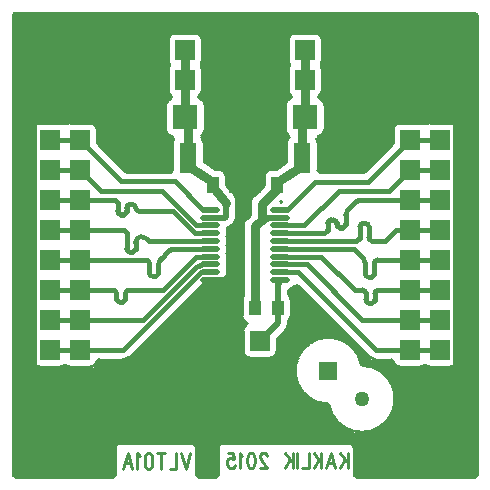
<source format=gbr>
G04 This is an RS-274x file exported by *
G04 gerbv version 2.6.1 *
G04 More information is available about gerbv at *
G04 http://gerbv.geda-project.org/ *
G04 --End of header info--*
%MOIN*%
%FSLAX34Y34*%
%IPPOS*%
%IN "TXB0108.pcb"*%
G04 --Define apertures--*
%ADD10C,0.2362*%
%ADD11C,0.0500*%
%ADD12C,0.0200*%
%ADD13C,0.0150*%
%ADD14C,0.0300*%
%ADD15C,0.0010*%
%ADD16C,0.0100*%
%ADD17R,0.0600X0.0600*%
%ADD18R,0.0650X0.0650*%
%ADD19R,0.0390X0.0560*%
%ADD20R,0.0550X0.1000*%
%ADD21O,0.0650X0.0180*%
%ADD22R,0.0390X0.0510*%
%ADD23R,0.0827X0.0787*%
G04 --Start main section--*
G54D10*
G01X0014000Y0014000D03*
G01X0014000Y0026000D03*
G01X0026000Y0026000D03*
G01X0026000Y0014000D03*
G54D11*
G01X0023890Y0014870D03*
G54D12*
G01X0014000Y0014000D02*
G01X0012955Y0015045D01*
G01X0012955Y0015045D02*
G01X0012955Y0024955D01*
G01X0012955Y0024955D02*
G01X0014000Y0026000D01*
G01X0014000Y0014000D02*
G01X0016800Y0016800D01*
G01X0016800Y0016800D02*
G01X0019500Y0016800D01*
G01X0019325Y0018830D02*
G01X0019775Y0019280D01*
G01X0019775Y0019280D02*
G01X0019775Y0021820D01*
G01X0020320Y0022000D02*
G01X0020320Y0021820D01*
G01X0020320Y0021820D02*
G01X0019775Y0021820D01*
G01X0020676Y0020910D02*
G01X0021160Y0020910D01*
G01X0021160Y0018780D02*
G01X0021160Y0018830D01*
G01X0019253Y0018830D02*
G01X0019325Y0018830D01*
G01X0019325Y0018830D02*
G01X0019325Y0018830D01*
G01X0019253Y0018830D02*
G01X0018840Y0018830D01*
G01X0019775Y0021820D02*
G01X0019775Y0022000D01*
G01X0019775Y0022000D02*
G01X0019680Y0022000D01*
G01X0019775Y0021820D02*
G01X0019680Y0021820D01*
G01X0019680Y0021820D02*
G01X0019680Y0022000D01*
G01X0018840Y0020910D02*
G01X0019325Y0020910D01*
G01X0019325Y0020910D02*
G01X0019360Y0020945D01*
G01X0019360Y0020945D02*
G01X0019360Y0021394D01*
G01X0021091Y0017905D02*
G01X0021091Y0018711D01*
G01X0021091Y0018711D02*
G01X0021160Y0018780D01*
G01X0019500Y0016800D02*
G01X0019500Y0018655D01*
G01X0019500Y0018655D02*
G01X0019325Y0018830D01*
G01X0020500Y0016800D02*
G01X0021091Y0017391D01*
G01X0021091Y0017391D02*
G01X0021091Y0017905D01*
G01X0026000Y0014000D02*
G01X0027045Y0015045D01*
G01X0027045Y0015045D02*
G01X0027045Y0024955D01*
G01X0027045Y0024955D02*
G01X0026000Y0026000D01*
G01X0014000Y0026000D02*
G01X0015678Y0026000D01*
G01X0015678Y0026000D02*
G01X0016178Y0026500D01*
G01X0016178Y0026500D02*
G01X0017000Y0026500D01*
G01X0017000Y0026500D02*
G01X0017000Y0025500D01*
G01X0019000Y0025500D02*
G01X0019000Y0026500D01*
G01X0019000Y0026500D02*
G01X0021000Y0026500D01*
G01X0021000Y0025500D02*
G01X0021000Y0026500D01*
G01X0020320Y0022000D02*
G01X0020320Y0023388D01*
G01X0020320Y0023388D02*
G01X0021000Y0024068D01*
G01X0021000Y0024068D02*
G01X0021000Y0025500D01*
G01X0016800Y0022900D02*
G01X0016855Y0022900D01*
G01X0016855Y0022900D02*
G01X0016855Y0023180D01*
G01X0016855Y0023180D02*
G01X0016467Y0023569D01*
G01X0016467Y0023569D02*
G01X0016467Y0023688D01*
G01X0016467Y0023688D02*
G01X0015960Y0024195D01*
G01X0015960Y0024195D02*
G01X0015996Y0024195D01*
G01X0015996Y0024195D02*
G01X0015996Y0024250D01*
G01X0015996Y0024250D02*
G01X0016016Y0024250D01*
G01X0016016Y0024250D02*
G01X0016540Y0024774D01*
G01X0016540Y0024774D02*
G01X0016540Y0025040D01*
G01X0016540Y0025040D02*
G01X0017000Y0025500D01*
G01X0026000Y0026000D02*
G01X0024322Y0026000D01*
G01X0024322Y0026000D02*
G01X0023822Y0026500D01*
G01X0023822Y0026500D02*
G01X0023000Y0026500D01*
G01X0023000Y0026500D02*
G01X0023000Y0025500D01*
G01X0023200Y0022900D02*
G01X0023145Y0022900D01*
G01X0023145Y0022900D02*
G01X0023145Y0023180D01*
G01X0023145Y0023180D02*
G01X0023533Y0023569D01*
G01X0023533Y0023569D02*
G01X0023533Y0023688D01*
G01X0023533Y0023688D02*
G01X0024040Y0024195D01*
G01X0024040Y0024195D02*
G01X0024004Y0024195D01*
G01X0024004Y0024195D02*
G01X0024004Y0024250D01*
G01X0024004Y0024250D02*
G01X0023984Y0024250D01*
G01X0023984Y0024250D02*
G01X0023458Y0024777D01*
G01X0023458Y0024777D02*
G01X0023458Y0025042D01*
G01X0023458Y0025042D02*
G01X0023000Y0025500D01*
G54D13*
G01X0013500Y0016500D02*
G01X0014500Y0016500D01*
G01X0013500Y0017500D02*
G01X0014500Y0017500D01*
G01X0013500Y0018500D02*
G01X0014500Y0018500D01*
G01X0013500Y0019500D02*
G01X0014500Y0019500D01*
G01X0013500Y0020500D02*
G01X0014500Y0020500D01*
G01X0013500Y0021500D02*
G01X0014500Y0021500D01*
G01X0016349Y0021243D02*
G75*
G03X0016462Y0021130I0000112J0000000D01*
G01X0016349Y0021243D02*
G75*
G03X0016237Y0021355I-000112J0000000D01*
G01X0016237Y0021355D02*
G01X0016162Y0021355D01*
G01X0016162Y0021355D02*
G75*
G03X0016049Y0021243I0000000J-000112D01*
G01X0016049Y0021125D02*
G01X0016049Y0021243D01*
G01X0015937Y0021012D02*
G75*
G03X0016049Y0021125I0000000J0000112D01*
G01X0015862Y0021012D02*
G01X0015937Y0021012D01*
G01X0015749Y0021125D02*
G75*
G03X0015862Y0021012I0000112J0000000D01*
G01X0015749Y0021125D02*
G01X0015749Y0021388D01*
G01X0015749Y0021388D02*
G75*
G03X0015637Y0021500I-000112J0000000D01*
G01X0015637Y0021500D02*
G01X0014500Y0021500D01*
G01X0016125Y0018500D02*
G01X0017270Y0018500D01*
G01X0017270Y0018500D02*
G01X0018380Y0019610D01*
G01X0018380Y0019610D02*
G01X0018840Y0019610D01*
G01X0016125Y0018500D02*
G75*
G03X0016013Y0018388I0000000J-000112D01*
G01X0016013Y0018209D02*
G01X0016013Y0018388D01*
G01X0015900Y0018097D02*
G75*
G03X0016013Y0018209I0000000J0000112D01*
G01X0015825Y0018097D02*
G01X0015900Y0018097D01*
G01X0015713Y0018209D02*
G75*
G03X0015825Y0018097I0000112J0000000D01*
G01X0015713Y0018209D02*
G01X0015713Y0018388D01*
G01X0015713Y0018388D02*
G75*
G03X0015600Y0018500I-000112J0000000D01*
G01X0015600Y0018500D02*
G01X0014500Y0018500D01*
G01X0016733Y0020197D02*
G75*
G03X0016541Y0020276I-000192J-000192D01*
G01X0016541Y0020276D02*
G75*
G03X0016349Y0020084I0000000J-000192D01*
G01X0016349Y0019875D02*
G01X0016349Y0020084D01*
G01X0016237Y0019763D02*
G75*
G03X0016349Y0019875I0000000J0000112D01*
G01X0016162Y0019763D02*
G01X0016237Y0019763D01*
G01X0016049Y0019875D02*
G75*
G03X0016162Y0019763I0000112J0000000D01*
G01X0016049Y0019875D02*
G01X0016049Y0020388D01*
G01X0016049Y0020388D02*
G75*
G03X0015937Y0020500I-000112J0000000D01*
G01X0015937Y0020500D02*
G01X0014500Y0020500D01*
G01X0017188Y0019542D02*
G01X0017426Y0019781D01*
G01X0017426Y0019781D02*
G01X0017515Y0019870D01*
G01X0017515Y0019870D02*
G01X0018840Y0019870D01*
G01X0017188Y0019542D02*
G75*
G03X0017108Y0019350I0000192J-000192D01*
G01X0017108Y0019064D02*
G01X0017108Y0019350D01*
G01X0016996Y0018951D02*
G75*
G03X0017108Y0019064I0000000J0000112D01*
G01X0016921Y0018951D02*
G01X0016996Y0018951D01*
G01X0016808Y0019064D02*
G75*
G03X0016921Y0018951I0000112J0000000D01*
G01X0016808Y0019064D02*
G01X0016808Y0019388D01*
G01X0016808Y0019388D02*
G75*
G03X0016696Y0019500I-000112J0000000D01*
G01X0016696Y0019500D02*
G01X0014500Y0019500D01*
G01X0018840Y0021170D02*
G01X0018605Y0021170D01*
G01X0018605Y0021170D02*
G01X0017655Y0022120D01*
G01X0017655Y0022120D02*
G01X0015880Y0022120D01*
G01X0015880Y0022120D02*
G01X0014500Y0023500D01*
G01X0018840Y0020650D02*
G01X0018380Y0020650D01*
G01X0018380Y0020650D02*
G01X0017220Y0021810D01*
G01X0017220Y0021810D02*
G01X0015190Y0021810D01*
G01X0015190Y0021810D02*
G01X0014500Y0022500D01*
G01X0018840Y0020390D02*
G01X0018322Y0020390D01*
G01X0018322Y0020390D02*
G01X0017582Y0021130D01*
G01X0017582Y0021130D02*
G01X0016462Y0021130D01*
G01X0018840Y0020130D02*
G01X0016800Y0020130D01*
G01X0016800Y0020130D02*
G01X0016733Y0020197D01*
G01X0018840Y0019350D02*
G01X0018840Y0019362D01*
G01X0021160Y0020130D02*
G01X0023710Y0020130D01*
G01X0021160Y0020390D02*
G01X0022639Y0020390D01*
G01X0021160Y0020650D02*
G01X0021970Y0020650D01*
G01X0021970Y0020650D02*
G01X0023120Y0021800D01*
G01X0023120Y0021800D02*
G01X0024800Y0021800D01*
G01X0024800Y0021800D02*
G01X0025500Y0022500D01*
G01X0021160Y0021170D02*
G01X0021395Y0021170D01*
G01X0021395Y0021170D02*
G01X0022335Y0022110D01*
G01X0022335Y0022110D02*
G01X0024110Y0022110D01*
G01X0024110Y0022110D02*
G01X0025500Y0023500D01*
G01X0014500Y0016500D02*
G01X0015930Y0016500D01*
G01X0015930Y0016500D02*
G01X0018520Y0019090D01*
G01X0018520Y0019090D02*
G01X0018840Y0019090D01*
G01X0014500Y0017500D02*
G01X0016603Y0017500D01*
G01X0016603Y0017500D02*
G01X0018375Y0019273D01*
G01X0018375Y0019273D02*
G01X0018600Y0019362D01*
G01X0018600Y0019362D02*
G01X0018840Y0019362D01*
G01X0023431Y0021183D02*
G01X0023669Y0021422D01*
G01X0023669Y0021422D02*
G01X0023748Y0021500D01*
G01X0023748Y0021500D02*
G01X0025500Y0021500D01*
G01X0023431Y0021183D02*
G75*
G03X0023351Y0020991I0000192J-000192D01*
G01X0023351Y0020691D02*
G01X0023351Y0020991D01*
G01X0023239Y0020578D02*
G75*
G03X0023351Y0020691I0000000J0000112D01*
G01X0023164Y0020578D02*
G01X0023239Y0020578D01*
G01X0023051Y0020691D02*
G75*
G03X0023164Y0020578I0000112J0000000D01*
G01X0023051Y0020691D02*
G01X0023051Y0020727D01*
G01X0023051Y0020727D02*
G75*
G03X0022939Y0020840I-000112J0000000D01*
G01X0022939Y0020840D02*
G01X0022864Y0020840D01*
G01X0022864Y0020840D02*
G75*
G03X0022751Y0020727I0000000J-000112D01*
G01X0022751Y0020503D02*
G01X0022751Y0020727D01*
G01X0022639Y0020390D02*
G75*
G03X0022751Y0020503I0000000J0000112D01*
G01X0024436Y0018500D02*
G01X0025500Y0018500D01*
G01X0024436Y0018500D02*
G75*
G03X0024324Y0018388I0000000J-000112D01*
G01X0024324Y0018172D02*
G01X0024324Y0018388D01*
G01X0024211Y0018060D02*
G75*
G03X0024324Y0018172I0000000J0000112D01*
G01X0024136Y0018060D02*
G01X0024211Y0018060D01*
G01X0024024Y0018172D02*
G75*
G03X0024136Y0018060I0000112J0000000D01*
G01X0024024Y0018172D02*
G01X0024024Y0018388D01*
G01X0024024Y0018388D02*
G75*
G03X0023911Y0018500I-000112J0000000D01*
G01X0023911Y0018500D02*
G01X0023651Y0018500D01*
G01X0023651Y0018500D02*
G01X0022541Y0019610D01*
G01X0022541Y0019610D02*
G01X0021160Y0019610D01*
G01X0024235Y0020130D02*
G01X0024670Y0020130D01*
G01X0024670Y0020130D02*
G01X0025040Y0020500D01*
G01X0025040Y0020500D02*
G01X0025500Y0020500D01*
G01X0024123Y0020243D02*
G75*
G03X0024235Y0020130I0000112J0000000D01*
G01X0024123Y0020243D02*
G01X0024123Y0020611D01*
G01X0024123Y0020611D02*
G75*
G03X0024010Y0020723I-000112J0000000D01*
G01X0024010Y0020723D02*
G01X0023935Y0020723D01*
G01X0023935Y0020723D02*
G75*
G03X0023823Y0020611I0000000J-000112D01*
G01X0023823Y0020243D02*
G01X0023823Y0020611D01*
G01X0023710Y0020130D02*
G75*
G03X0023823Y0020243I0000000J0000112D01*
G01X0024418Y0019500D02*
G01X0025500Y0019500D01*
G01X0024418Y0019500D02*
G75*
G03X0024306Y0019388I0000000J-000112D01*
G01X0024306Y0019036D02*
G01X0024306Y0019388D01*
G01X0024193Y0018923D02*
G75*
G03X0024306Y0019036I0000000J0000112D01*
G01X0024118Y0018923D02*
G01X0024193Y0018923D01*
G01X0024006Y0019036D02*
G75*
G03X0024118Y0018923I0000112J0000000D01*
G01X0024006Y0019036D02*
G01X0024006Y0019382D01*
G01X0024006Y0019382D02*
G75*
G03X0023926Y0019574I-000272J0000000D01*
G01X0023926Y0019574D02*
G01X0023687Y0019813D01*
G01X0023687Y0019813D02*
G01X0023630Y0019870D01*
G01X0023630Y0019870D02*
G01X0021160Y0019870D01*
G01X0025500Y0016500D02*
G01X0024350Y0016500D01*
G01X0024350Y0016500D02*
G01X0021760Y0019090D01*
G01X0021760Y0019090D02*
G01X0021160Y0019090D01*
G01X0025500Y0016500D02*
G01X0026500Y0016500D01*
G01X0025500Y0017500D02*
G01X0023899Y0017500D01*
G01X0023899Y0017500D02*
G01X0022049Y0019350D01*
G01X0022049Y0019350D02*
G01X0021160Y0019350D01*
G01X0025500Y0017500D02*
G01X0026500Y0017500D01*
G01X0025500Y0018500D02*
G01X0026500Y0018500D01*
G01X0025500Y0019500D02*
G01X0026500Y0019500D01*
G01X0025500Y0020500D02*
G01X0026500Y0020500D01*
G01X0025500Y0021500D02*
G01X0026500Y0021500D01*
G01X0013500Y0022500D02*
G01X0014500Y0022500D01*
G01X0013500Y0023500D02*
G01X0014500Y0023500D01*
G01X0025500Y0022500D02*
G01X0026500Y0022500D01*
G01X0025500Y0023500D02*
G01X0026500Y0023500D01*
G54D14*
G01X0020625Y0020910D02*
G01X0020565Y0020970D01*
G01X0020565Y0020970D02*
G01X0020565Y0021377D01*
G01X0020565Y0021377D02*
G01X0021092Y0021904D01*
G01X0021092Y0021904D02*
G01X0021092Y0022000D01*
G01X0021092Y0022000D02*
G01X0021080Y0022000D01*
G01X0020625Y0020910D02*
G01X0020676Y0020910D01*
G01X0019360Y0021394D02*
G01X0018920Y0021924D01*
G01X0018920Y0021924D02*
G01X0018920Y0022000D01*
G01X0020331Y0017905D02*
G01X0020331Y0020616D01*
G01X0020331Y0020616D02*
G01X0020625Y0020910D01*
G01X0018000Y0025500D02*
G01X0018000Y0026500D01*
G01X0018920Y0022000D02*
G01X0018920Y0022101D01*
G01X0018920Y0022101D02*
G01X0018100Y0022631D01*
G01X0018100Y0022631D02*
G01X0018100Y0022900D01*
G01X0021080Y0022000D02*
G01X0021080Y0022101D01*
G01X0021080Y0022101D02*
G01X0021900Y0022631D01*
G01X0021900Y0022631D02*
G01X0021900Y0022900D01*
G01X0018100Y0022900D02*
G01X0018100Y0024250D01*
G01X0018100Y0024250D02*
G01X0018004Y0024250D01*
G01X0021900Y0022900D02*
G01X0021900Y0024250D01*
G01X0021900Y0024250D02*
G01X0021996Y0024250D01*
G01X0018004Y0024250D02*
G01X0018004Y0025500D01*
G01X0018004Y0025500D02*
G01X0018000Y0025500D01*
G01X0021996Y0024250D02*
G01X0022000Y0024250D01*
G01X0022000Y0024250D02*
G01X0022000Y0025500D01*
G01X0022000Y0025500D02*
G01X0022000Y0026500D01*
G54D16*
G01X0018160Y0013065D02*
G01X0018015Y0012540D01*
G01X0017869Y0013065D02*
G01X0018015Y0012540D01*
G01X0017706Y0013065D02*
G01X0017706Y0012540D01*
G01X0017706Y0012540D02*
G01X0017487Y0012540D01*
G01X0017196Y0013065D02*
G01X0017196Y0012540D01*
G01X0017324Y0013065D02*
G01X0017069Y0013065D01*
G01X0016796Y0013065D02*
G01X0016851Y0013040D01*
G01X0016851Y0013040D02*
G01X0016887Y0012965D01*
G01X0016887Y0012965D02*
G01X0016906Y0012840D01*
G01X0016906Y0012840D02*
G01X0016906Y0012765D01*
G01X0016906Y0012765D02*
G01X0016887Y0012640D01*
G01X0016887Y0012640D02*
G01X0016851Y0012565D01*
G01X0016851Y0012565D02*
G01X0016796Y0012540D01*
G01X0016796Y0012540D02*
G01X0016760Y0012540D01*
G01X0016760Y0012540D02*
G01X0016706Y0012565D01*
G01X0016706Y0012565D02*
G01X0016669Y0012640D01*
G01X0016669Y0012640D02*
G01X0016651Y0012765D01*
G01X0016651Y0012765D02*
G01X0016651Y0012840D01*
G01X0016651Y0012840D02*
G01X0016669Y0012965D01*
G01X0016669Y0012965D02*
G01X0016706Y0013040D01*
G01X0016706Y0013040D02*
G01X0016760Y0013065D01*
G01X0016760Y0013065D02*
G01X0016796Y0013065D01*
G01X0016487Y0012965D02*
G01X0016451Y0012990D01*
G01X0016451Y0012990D02*
G01X0016396Y0013065D01*
G01X0016396Y0013065D02*
G01X0016396Y0012540D01*
G01X0016087Y0013065D02*
G01X0016233Y0012540D01*
G01X0016087Y0013065D02*
G01X0015942Y0012540D01*
G01X0016178Y0012715D02*
G01X0015996Y0012715D01*
G01X0023420Y0013075D02*
G01X0023420Y0012550D01*
G01X0023166Y0013075D02*
G01X0023420Y0012725D01*
G01X0023329Y0012850D02*
G01X0023166Y0012550D01*
G01X0022856Y0013075D02*
G01X0023002Y0012550D01*
G01X0022856Y0013075D02*
G01X0022711Y0012550D01*
G01X0022947Y0012725D02*
G01X0022766Y0012725D01*
G01X0022547Y0013075D02*
G01X0022547Y0012550D01*
G01X0022293Y0013075D02*
G01X0022547Y0012725D01*
G01X0022456Y0012850D02*
G01X0022293Y0012550D01*
G01X0022129Y0013075D02*
G01X0022129Y0012550D01*
G01X0022129Y0012550D02*
G01X0021911Y0012550D01*
G01X0021747Y0013075D02*
G01X0021747Y0012550D01*
G01X0021584Y0013075D02*
G01X0021584Y0012550D01*
G01X0021329Y0013075D02*
G01X0021584Y0012725D01*
G01X0021493Y0012850D02*
G01X0021329Y0012550D01*
G01X0020729Y0012950D02*
G01X0020729Y0012975D01*
G01X0020729Y0012975D02*
G01X0020711Y0013025D01*
G01X0020711Y0013025D02*
G01X0020693Y0013050D01*
G01X0020693Y0013050D02*
G01X0020656Y0013075D01*
G01X0020656Y0013075D02*
G01X0020584Y0013075D01*
G01X0020584Y0013075D02*
G01X0020547Y0013050D01*
G01X0020547Y0013050D02*
G01X0020529Y0013025D01*
G01X0020529Y0013025D02*
G01X0020511Y0012975D01*
G01X0020511Y0012975D02*
G01X0020511Y0012925D01*
G01X0020511Y0012925D02*
G01X0020529Y0012875D01*
G01X0020529Y0012875D02*
G01X0020566Y0012800D01*
G01X0020566Y0012800D02*
G01X0020747Y0012550D01*
G01X0020747Y0012550D02*
G01X0020493Y0012550D01*
G01X0020220Y0013075D02*
G01X0020275Y0013050D01*
G01X0020275Y0013050D02*
G01X0020311Y0012975D01*
G01X0020311Y0012975D02*
G01X0020329Y0012850D01*
G01X0020329Y0012850D02*
G01X0020329Y0012775D01*
G01X0020329Y0012775D02*
G01X0020311Y0012650D01*
G01X0020311Y0012650D02*
G01X0020275Y0012575D01*
G01X0020275Y0012575D02*
G01X0020220Y0012550D01*
G01X0020220Y0012550D02*
G01X0020184Y0012550D01*
G01X0020184Y0012550D02*
G01X0020129Y0012575D01*
G01X0020129Y0012575D02*
G01X0020093Y0012650D01*
G01X0020093Y0012650D02*
G01X0020075Y0012775D01*
G01X0020075Y0012775D02*
G01X0020075Y0012850D01*
G01X0020075Y0012850D02*
G01X0020093Y0012975D01*
G01X0020093Y0012975D02*
G01X0020129Y0013050D01*
G01X0020129Y0013050D02*
G01X0020184Y0013075D01*
G01X0020184Y0013075D02*
G01X0020220Y0013075D01*
G01X0019911Y0012975D02*
G01X0019875Y0013000D01*
G01X0019875Y0013000D02*
G01X0019820Y0013075D01*
G01X0019820Y0013075D02*
G01X0019820Y0012550D01*
G01X0019420Y0013075D02*
G01X0019602Y0013075D01*
G01X0019602Y0013075D02*
G01X0019620Y0012850D01*
G01X0019620Y0012850D02*
G01X0019602Y0012875D01*
G01X0019602Y0012875D02*
G01X0019547Y0012900D01*
G01X0019547Y0012900D02*
G01X0019493Y0012900D01*
G01X0019493Y0012900D02*
G01X0019438Y0012875D01*
G01X0019438Y0012875D02*
G01X0019402Y0012825D01*
G01X0019402Y0012825D02*
G01X0019384Y0012750D01*
G01X0019384Y0012750D02*
G01X0019402Y0012700D01*
G01X0019402Y0012700D02*
G01X0019420Y0012625D01*
G01X0019420Y0012625D02*
G01X0019456Y0012575D01*
G01X0019456Y0012575D02*
G01X0019511Y0012550D01*
G01X0019511Y0012550D02*
G01X0019566Y0012550D01*
G01X0019566Y0012550D02*
G01X0019620Y0012575D01*
G01X0019620Y0012575D02*
G01X0019638Y0012600D01*
G01X0019638Y0012600D02*
G01X0019656Y0012650D01*
G01X0021160Y0021452D02*
G01X0021185Y0021470D01*
G01X0021185Y0021470D02*
G01X0021210Y0021452D01*
G01X0021210Y0021452D02*
G01X0021185Y0021434D01*
G01X0021185Y0021434D02*
G01X0021160Y0021452D01*
G01X0027730Y0012320D02*
G01X0027730Y0027680D01*
G01X0027730Y0027680D02*
G75*
G03X0027680Y0027730I-000050J0000000D01*
G01X0027680Y0027730D02*
G01X0012320Y0027730D01*
G01X0012320Y0027730D02*
G75*
G03X0012270Y0027680I0000000J-000050D01*
G01X0012270Y0027680D02*
G01X0012270Y0012320D01*
G01X0012270Y0012320D02*
G75*
G03X0012320Y0012270I0000050J0000000D01*
G01X0012320Y0012270D02*
G01X0015599Y0012270D01*
G01X0015599Y0012270D02*
G75*
G03X0015649Y0012320I0000000J0000050D01*
G01X0015649Y0012320D02*
G01X0015649Y0013215D01*
G01X0015819Y0013385D02*
G75*
G03X0015649Y0013215I0000000J-000170D01*
G01X0015819Y0013385D02*
G01X0018210Y0013385D01*
G01X0018380Y0013215D02*
G75*
G03X0018210Y0013385I-000170J0000000D01*
G01X0018380Y0013215D02*
G01X0018380Y0012320D01*
G01X0018380Y0012320D02*
G75*
G03X0018430Y0012270I0000050J0000000D01*
G01X0018430Y0012270D02*
G01X0019041Y0012270D01*
G01X0019041Y0012270D02*
G75*
G03X0019091Y0012321I0000000J0000050D01*
G01X0019091Y0012325D02*
G75*
G03X0019091Y0012321I0000170J0000000D01*
G01X0019091Y0012325D02*
G01X0019091Y0013225D01*
G01X0019261Y0013395D02*
G75*
G03X0019091Y0013225I0000000J-000170D01*
G01X0019261Y0013395D02*
G01X0023470Y0013395D01*
G01X0023640Y0013225D02*
G75*
G03X0023470Y0013395I-000170J0000000D01*
G01X0023640Y0013225D02*
G01X0023640Y0012325D01*
G01X0023640Y0012321D02*
G75*
G03X0023640Y0012325I-000170J0000004D01*
G01X0023640Y0012321D02*
G75*
G03X0023690Y0012270I0000050J-000001D01*
G01X0023690Y0012270D02*
G01X0027680Y0012270D01*
G01X0027680Y0012270D02*
G75*
G03X0027730Y0012320I0000000J0000050D01*
G01X0022798Y0014657D02*
G75*
G03X0023920Y0015983I0001092J0000213D01*
G01X0022798Y0014657D02*
G75*
G03X0022750Y0014697I-000049J-000010D01*
G01X0023872Y0016023D02*
G75*
G03X0022750Y0014697I-001092J-000213D01*
G01X0023872Y0016023D02*
G75*
G03X0023920Y0015983I0000049J0000010D01*
G01X0027075Y0023825D02*
G01X0027075Y0023175D01*
G01X0027028Y0023029D02*
G75*
G03X0027075Y0023175I-000203J0000146D01*
G01X0027028Y0023029D02*
G75*
G03X0027028Y0022971I0000041J-000029D01*
G01X0027075Y0022825D02*
G75*
G03X0027028Y0022971I-000250J0000000D01*
G01X0027075Y0022825D02*
G01X0027075Y0022175D01*
G01X0027028Y0022029D02*
G75*
G03X0027075Y0022175I-000203J0000146D01*
G01X0027028Y0022029D02*
G75*
G03X0027028Y0021971I0000041J-000029D01*
G01X0027075Y0021825D02*
G75*
G03X0027028Y0021971I-000250J0000000D01*
G01X0027075Y0021825D02*
G01X0027075Y0021175D01*
G01X0027028Y0021029D02*
G75*
G03X0027075Y0021175I-000203J0000146D01*
G01X0027028Y0021029D02*
G75*
G03X0027028Y0020971I0000041J-000029D01*
G01X0027075Y0020825D02*
G75*
G03X0027028Y0020971I-000250J0000000D01*
G01X0027075Y0020825D02*
G01X0027075Y0020175D01*
G01X0027028Y0020029D02*
G75*
G03X0027075Y0020175I-000203J0000146D01*
G01X0027028Y0020029D02*
G75*
G03X0027028Y0019971I0000041J-000029D01*
G01X0027075Y0019825D02*
G75*
G03X0027028Y0019971I-000250J0000000D01*
G01X0027075Y0019825D02*
G01X0027075Y0019175D01*
G01X0027028Y0019029D02*
G75*
G03X0027075Y0019175I-000203J0000146D01*
G01X0027028Y0019029D02*
G75*
G03X0027028Y0018971I0000041J-000029D01*
G01X0027075Y0018825D02*
G75*
G03X0027028Y0018971I-000250J0000000D01*
G01X0027075Y0018825D02*
G01X0027075Y0018175D01*
G01X0027028Y0018029D02*
G75*
G03X0027075Y0018175I-000203J0000146D01*
G01X0027028Y0018029D02*
G75*
G03X0027028Y0017971I0000041J-000029D01*
G01X0027075Y0017825D02*
G75*
G03X0027028Y0017971I-000250J0000000D01*
G01X0027075Y0017825D02*
G01X0027075Y0017175D01*
G01X0027028Y0017029D02*
G75*
G03X0027075Y0017175I-000203J0000146D01*
G01X0027028Y0017029D02*
G75*
G03X0027028Y0016971I0000041J-000029D01*
G01X0027075Y0016825D02*
G75*
G03X0027028Y0016971I-000250J0000000D01*
G01X0027075Y0016825D02*
G01X0027075Y0016175D01*
G01X0026825Y0015925D02*
G75*
G03X0027075Y0016175I0000000J0000250D01*
G01X0026825Y0015925D02*
G01X0026175Y0015925D01*
G01X0026029Y0015972D02*
G75*
G03X0026175Y0015925I0000146J0000203D01*
G01X0026029Y0015972D02*
G75*
G03X0025971Y0015972I-000029J-000041D01*
G01X0025825Y0015925D02*
G75*
G03X0025971Y0015972I0000000J0000250D01*
G01X0025825Y0015925D02*
G01X0025175Y0015925D01*
G01X0024928Y0016133D02*
G75*
G03X0025175Y0015925I0000246J0000042D01*
G01X0024928Y0016133D02*
G75*
G03X0024879Y0016175I-000049J-000008D01*
G01X0024879Y0016175D02*
G01X0024350Y0016175D01*
G01X0024120Y0016270D02*
G75*
G03X0024350Y0016175I0000230J0000230D01*
G01X0024120Y0016270D02*
G01X0021749Y0018641D01*
G01X0021749Y0018641D02*
G75*
G03X0021673Y0018634I-000035J-000035D01*
G01X0021479Y0018500D02*
G75*
G03X0021673Y0018634I-000084J0000330D01*
G01X0021479Y0018500D02*
G75*
G03X0021441Y0018452I0000012J-000048D01*
G01X0021441Y0018452D02*
G01X0021441Y0018379D01*
G01X0021441Y0018379D02*
G75*
G03X0021457Y0018342I0000050J0000000D01*
G01X0021536Y0018160D02*
G75*
G03X0021457Y0018342I-000250J0000000D01*
G01X0021536Y0018160D02*
G01X0021536Y0017650D01*
G01X0021457Y0017467D02*
G75*
G03X0021536Y0017650I-000171J0000183D01*
G01X0021457Y0017467D02*
G75*
G03X0021441Y0017430I0000034J-000036D01*
G01X0021441Y0017430D02*
G01X0021441Y0017391D01*
G01X0021338Y0017143D02*
G75*
G03X0021441Y0017391I-000248J0000248D01*
G01X0021338Y0017143D02*
G01X0021090Y0016895D01*
G01X0021090Y0016895D02*
G75*
G03X0021075Y0016859I0000035J-000035D01*
G01X0021075Y0016859D02*
G01X0021075Y0016475D01*
G01X0020825Y0016225D02*
G75*
G03X0021075Y0016475I0000000J0000250D01*
G01X0020825Y0016225D02*
G01X0020175Y0016225D01*
G01X0019925Y0016475D02*
G75*
G03X0020175Y0016225I0000250J0000000D01*
G01X0019925Y0016475D02*
G01X0019925Y0017125D01*
G01X0020039Y0017335D02*
G75*
G03X0019925Y0017125I0000136J-000210D01*
G01X0020039Y0017335D02*
G75*
G03X0020032Y0017422I-000027J0000042D01*
G01X0019886Y0017650D02*
G75*
G03X0020032Y0017422I0000250J0000000D01*
G01X0019886Y0017650D02*
G01X0019886Y0018160D01*
G01X0019923Y0018291D02*
G75*
G03X0019886Y0018160I0000213J-000132D01*
G01X0019923Y0018291D02*
G75*
G03X0019931Y0018318I-000043J0000026D01*
G01X0019931Y0018318D02*
G01X0019931Y0020616D01*
G01X0020048Y0020899D02*
G75*
G03X0019931Y0020616I0000283J-000283D01*
G01X0020048Y0020899D02*
G01X0020150Y0021001D01*
G01X0020150Y0021001D02*
G75*
G03X0020165Y0021036I-000035J0000035D01*
G01X0020165Y0021036D02*
G01X0020165Y0021377D01*
G01X0020282Y0021660D02*
G75*
G03X0020165Y0021377I0000283J-000283D01*
G01X0020282Y0021660D02*
G01X0020620Y0021998D01*
G01X0020620Y0021998D02*
G75*
G03X0020635Y0022033I-000035J0000035D01*
G01X0020635Y0022033D02*
G01X0020635Y0022280D01*
G01X0020885Y0022530D02*
G75*
G03X0020635Y0022280I0000000J-000250D01*
G01X0020885Y0022530D02*
G01X0020992Y0022530D01*
G01X0020992Y0022530D02*
G75*
G03X0021019Y0022538I0000000J0000050D01*
G01X0021019Y0022538D02*
G01X0021352Y0022753D01*
G01X0021352Y0022753D02*
G75*
G03X0021375Y0022795I-000027J0000042D01*
G01X0021375Y0022795D02*
G01X0021375Y0023400D01*
G01X0021447Y0023575D02*
G75*
G03X0021375Y0023400I0000178J-000175D01*
G01X0021447Y0023575D02*
G75*
G03X0021440Y0023651I-000036J0000035D01*
G01X0021333Y0023856D02*
G75*
G03X0021440Y0023651I0000250J0000000D01*
G01X0021333Y0023856D02*
G01X0021333Y0024644D01*
G01X0021513Y0024884D02*
G75*
G03X0021333Y0024644I0000069J-000240D01*
G01X0021513Y0024884D02*
G75*
G03X0021529Y0024972I-000014J0000048D01*
G01X0021425Y0025175D02*
G75*
G03X0021529Y0024972I0000250J0000000D01*
G01X0021425Y0025175D02*
G01X0021425Y0025825D01*
G01X0021472Y0025971D02*
G75*
G03X0021425Y0025825I0000203J-000146D01*
G01X0021472Y0025971D02*
G75*
G03X0021472Y0026029I-000041J0000029D01*
G01X0021425Y0026175D02*
G75*
G03X0021472Y0026029I0000250J0000000D01*
G01X0021425Y0026175D02*
G01X0021425Y0026825D01*
G01X0021675Y0027075D02*
G75*
G03X0021425Y0026825I0000000J-000250D01*
G01X0021675Y0027075D02*
G01X0022325Y0027075D01*
G01X0022575Y0026825D02*
G75*
G03X0022325Y0027075I-000250J0000000D01*
G01X0022575Y0026825D02*
G01X0022575Y0026175D01*
G01X0022528Y0026029D02*
G75*
G03X0022575Y0026175I-000203J0000146D01*
G01X0022528Y0026029D02*
G75*
G03X0022528Y0025971I0000041J-000029D01*
G01X0022575Y0025825D02*
G75*
G03X0022528Y0025971I-000250J0000000D01*
G01X0022575Y0025825D02*
G01X0022575Y0025175D01*
G01X0022470Y0024971D02*
G75*
G03X0022575Y0025175I-000145J0000204D01*
G01X0022470Y0024971D02*
G75*
G03X0022484Y0024883I0000029J-000041D01*
G01X0022660Y0024644D02*
G75*
G03X0022484Y0024883I-000250J0000000D01*
G01X0022660Y0024644D02*
G01X0022660Y0023856D01*
G01X0022427Y0023607D02*
G75*
G03X0022660Y0023856I-000018J0000249D01*
G01X0022427Y0023607D02*
G75*
G03X0022388Y0023531I0000004J-000050D01*
G01X0022425Y0023400D02*
G75*
G03X0022388Y0023531I-000250J0000000D01*
G01X0022425Y0023400D02*
G01X0022425Y0022485D01*
G01X0022425Y0022485D02*
G75*
G03X0022475Y0022435I0000050J0000000D01*
G01X0022475Y0022435D02*
G01X0023955Y0022435D01*
G01X0023955Y0022435D02*
G75*
G03X0023990Y0022450I0000000J0000050D01*
G01X0023990Y0022450D02*
G01X0024910Y0023370D01*
G01X0024910Y0023370D02*
G75*
G03X0024925Y0023405I-000035J0000035D01*
G01X0024925Y0023405D02*
G01X0024925Y0023825D01*
G01X0025175Y0024075D02*
G75*
G03X0024925Y0023825I0000000J-000250D01*
G01X0025175Y0024075D02*
G01X0025825Y0024075D01*
G01X0025971Y0024028D02*
G75*
G03X0025825Y0024075I-000146J-000203D01*
G01X0025971Y0024028D02*
G75*
G03X0026029Y0024028I0000029J0000041D01*
G01X0026175Y0024075D02*
G75*
G03X0026029Y0024028I0000000J-000250D01*
G01X0026175Y0024075D02*
G01X0026825Y0024075D01*
G01X0027075Y0023825D02*
G75*
G03X0026825Y0024075I-000250J0000000D01*
G01X0019716Y0021211D02*
G75*
G03X0019668Y0021650I-000356J0000183D01*
G01X0019716Y0021211D02*
G75*
G03X0019710Y0021188I0000044J-000023D01*
G01X0019710Y0021188D02*
G01X0019710Y0020945D01*
G01X0019608Y0020698D02*
G75*
G03X0019710Y0020945I-000248J0000248D01*
G01X0019608Y0020698D02*
G01X0019573Y0020663D01*
G01X0019431Y0020576D02*
G75*
G03X0019573Y0020663I-000106J0000334D01*
G01X0019431Y0020576D02*
G75*
G03X0019398Y0020544I0000015J-000048D01*
G01X0019396Y0020537D02*
G75*
G03X0019398Y0020544I-000321J0000113D01*
G01X0019396Y0020537D02*
G75*
G03X0019396Y0020503I0000047J-000017D01*
G01X0019396Y0020277D02*
G75*
G03X0019396Y0020503I-000321J0000113D01*
G01X0019396Y0020277D02*
G75*
G03X0019396Y0020243I0000047J-000017D01*
G01X0019396Y0020017D02*
G75*
G03X0019396Y0020243I-000321J0000113D01*
G01X0019396Y0020017D02*
G75*
G03X0019396Y0019983I0000047J-000017D01*
G01X0019396Y0019757D02*
G75*
G03X0019396Y0019983I-000321J0000113D01*
G01X0019396Y0019757D02*
G75*
G03X0019396Y0019723I0000047J-000017D01*
G01X0019396Y0019497D02*
G75*
G03X0019396Y0019723I-000321J0000113D01*
G01X0019396Y0019497D02*
G75*
G03X0019396Y0019463I0000047J-000017D01*
G01X0019396Y0019237D02*
G75*
G03X0019396Y0019463I-000321J0000113D01*
G01X0019396Y0019237D02*
G75*
G03X0019396Y0019203I0000047J-000017D01*
G01X0019075Y0018750D02*
G75*
G03X0019396Y0019203I0000000J0000340D01*
G01X0019075Y0018750D02*
G01X0018660Y0018750D01*
G01X0018660Y0018750D02*
G75*
G03X0018625Y0018735I0000000J-000050D01*
G01X0018625Y0018735D02*
G01X0016160Y0016270D01*
G01X0015930Y0016175D02*
G75*
G03X0016160Y0016270I0000000J0000325D01*
G01X0015930Y0016175D02*
G01X0015121Y0016175D01*
G01X0015121Y0016175D02*
G75*
G03X0015072Y0016133I0000000J-000050D01*
G01X0014825Y0015925D02*
G75*
G03X0015072Y0016133I0000000J0000250D01*
G01X0014825Y0015925D02*
G01X0014175Y0015925D01*
G01X0014029Y0015972D02*
G75*
G03X0014175Y0015925I0000146J0000203D01*
G01X0014029Y0015972D02*
G75*
G03X0013971Y0015972I-000029J-000041D01*
G01X0013825Y0015925D02*
G75*
G03X0013971Y0015972I0000000J0000250D01*
G01X0013825Y0015925D02*
G01X0013175Y0015925D01*
G01X0012925Y0016175D02*
G75*
G03X0013175Y0015925I0000250J0000000D01*
G01X0012925Y0016175D02*
G01X0012925Y0016825D01*
G01X0012972Y0016971D02*
G75*
G03X0012925Y0016825I0000203J-000146D01*
G01X0012972Y0016971D02*
G75*
G03X0012972Y0017029I-000041J0000029D01*
G01X0012925Y0017175D02*
G75*
G03X0012972Y0017029I0000250J0000000D01*
G01X0012925Y0017175D02*
G01X0012925Y0017825D01*
G01X0012972Y0017971D02*
G75*
G03X0012925Y0017825I0000203J-000146D01*
G01X0012972Y0017971D02*
G75*
G03X0012972Y0018029I-000041J0000029D01*
G01X0012925Y0018175D02*
G75*
G03X0012972Y0018029I0000250J0000000D01*
G01X0012925Y0018175D02*
G01X0012925Y0018825D01*
G01X0012972Y0018971D02*
G75*
G03X0012925Y0018825I0000203J-000146D01*
G01X0012972Y0018971D02*
G75*
G03X0012972Y0019029I-000041J0000029D01*
G01X0012925Y0019175D02*
G75*
G03X0012972Y0019029I0000250J0000000D01*
G01X0012925Y0019175D02*
G01X0012925Y0019825D01*
G01X0012972Y0019971D02*
G75*
G03X0012925Y0019825I0000203J-000146D01*
G01X0012972Y0019971D02*
G75*
G03X0012972Y0020029I-000041J0000029D01*
G01X0012925Y0020175D02*
G75*
G03X0012972Y0020029I0000250J0000000D01*
G01X0012925Y0020175D02*
G01X0012925Y0020825D01*
G01X0012972Y0020971D02*
G75*
G03X0012925Y0020825I0000203J-000146D01*
G01X0012972Y0020971D02*
G75*
G03X0012972Y0021029I-000041J0000029D01*
G01X0012925Y0021175D02*
G75*
G03X0012972Y0021029I0000250J0000000D01*
G01X0012925Y0021175D02*
G01X0012925Y0021825D01*
G01X0012972Y0021971D02*
G75*
G03X0012925Y0021825I0000203J-000146D01*
G01X0012972Y0021971D02*
G75*
G03X0012972Y0022029I-000041J0000029D01*
G01X0012925Y0022175D02*
G75*
G03X0012972Y0022029I0000250J0000000D01*
G01X0012925Y0022175D02*
G01X0012925Y0022825D01*
G01X0012972Y0022971D02*
G75*
G03X0012925Y0022825I0000203J-000146D01*
G01X0012972Y0022971D02*
G75*
G03X0012972Y0023029I-000041J0000029D01*
G01X0012925Y0023175D02*
G75*
G03X0012972Y0023029I0000250J0000000D01*
G01X0012925Y0023175D02*
G01X0012925Y0023825D01*
G01X0013175Y0024075D02*
G75*
G03X0012925Y0023825I0000000J-000250D01*
G01X0013175Y0024075D02*
G01X0013825Y0024075D01*
G01X0013971Y0024028D02*
G75*
G03X0013825Y0024075I-000146J-000203D01*
G01X0013971Y0024028D02*
G75*
G03X0014029Y0024028I0000029J0000041D01*
G01X0014175Y0024075D02*
G75*
G03X0014029Y0024028I0000000J-000250D01*
G01X0014175Y0024075D02*
G01X0014825Y0024075D01*
G01X0015075Y0023825D02*
G75*
G03X0014825Y0024075I-000250J0000000D01*
G01X0015075Y0023825D02*
G01X0015075Y0023405D01*
G01X0015075Y0023405D02*
G75*
G03X0015090Y0023370I0000050J0000000D01*
G01X0015090Y0023370D02*
G01X0016000Y0022460D01*
G01X0016000Y0022460D02*
G75*
G03X0016035Y0022445I0000035J0000035D01*
G01X0016035Y0022445D02*
G01X0017525Y0022445D01*
G01X0017525Y0022445D02*
G75*
G03X0017575Y0022495I0000000J0000050D01*
G01X0017575Y0022495D02*
G01X0017575Y0023400D01*
G01X0017612Y0023531D02*
G75*
G03X0017575Y0023400I0000213J-000131D01*
G01X0017612Y0023531D02*
G75*
G03X0017573Y0023607I-000043J0000026D01*
G01X0017341Y0023856D02*
G75*
G03X0017573Y0023607I0000250J0000000D01*
G01X0017341Y0023856D02*
G01X0017341Y0024644D01*
G01X0017516Y0024883D02*
G75*
G03X0017341Y0024644I0000074J-000239D01*
G01X0017516Y0024883D02*
G75*
G03X0017531Y0024971I-000015J0000048D01*
G01X0017425Y0025175D02*
G75*
G03X0017531Y0024971I0000250J0000000D01*
G01X0017425Y0025175D02*
G01X0017425Y0025825D01*
G01X0017472Y0025971D02*
G75*
G03X0017425Y0025825I0000203J-000146D01*
G01X0017472Y0025971D02*
G75*
G03X0017472Y0026029I-000041J0000029D01*
G01X0017425Y0026175D02*
G75*
G03X0017472Y0026029I0000250J0000000D01*
G01X0017425Y0026175D02*
G01X0017425Y0026825D01*
G01X0017675Y0027075D02*
G75*
G03X0017425Y0026825I0000000J-000250D01*
G01X0017675Y0027075D02*
G01X0018325Y0027075D01*
G01X0018575Y0026825D02*
G75*
G03X0018325Y0027075I-000250J0000000D01*
G01X0018575Y0026825D02*
G01X0018575Y0026175D01*
G01X0018528Y0026029D02*
G75*
G03X0018575Y0026175I-000203J0000146D01*
G01X0018528Y0026029D02*
G75*
G03X0018528Y0025971I0000041J-000029D01*
G01X0018575Y0025825D02*
G75*
G03X0018528Y0025971I-000250J0000000D01*
G01X0018575Y0025825D02*
G01X0018575Y0025175D01*
G01X0018472Y0024972D02*
G75*
G03X0018575Y0025175I-000147J0000203D01*
G01X0018472Y0024972D02*
G75*
G03X0018487Y0024884I0000029J-000040D01*
G01X0018667Y0024644D02*
G75*
G03X0018487Y0024884I-000250J0000000D01*
G01X0018667Y0024644D02*
G01X0018667Y0023856D01*
G01X0018560Y0023651D02*
G75*
G03X0018667Y0023856I-000143J0000205D01*
G01X0018560Y0023651D02*
G75*
G03X0018553Y0023575I0000029J-000041D01*
G01X0018625Y0023400D02*
G75*
G03X0018553Y0023575I-000250J0000000D01*
G01X0018625Y0023400D02*
G01X0018625Y0022795D01*
G01X0018625Y0022795D02*
G75*
G03X0018648Y0022753I0000050J0000000D01*
G01X0018648Y0022753D02*
G01X0018981Y0022538D01*
G01X0018981Y0022538D02*
G75*
G03X0019008Y0022530I0000027J0000042D01*
G01X0019008Y0022530D02*
G01X0019115Y0022530D01*
G01X0019365Y0022280D02*
G75*
G03X0019115Y0022530I-000250J0000000D01*
G01X0019365Y0022280D02*
G01X0019365Y0022032D01*
G01X0019365Y0022032D02*
G75*
G03X0019377Y0022001I0000050J0000000D01*
G01X0019377Y0022001D02*
G01X0019668Y0021650D01*
G01X0012270Y0027660D02*
G01X0027730Y0027660D01*
G01X0012270Y0027570D02*
G01X0027730Y0027570D01*
G01X0012270Y0027480D02*
G01X0027730Y0027480D01*
G01X0012270Y0027390D02*
G01X0027730Y0027390D01*
G01X0012270Y0027300D02*
G01X0027730Y0027300D01*
G01X0012270Y0027210D02*
G01X0027730Y0027210D01*
G01X0012270Y0027120D02*
G01X0027730Y0027120D01*
G01X0022468Y0027030D02*
G01X0027730Y0027030D01*
G01X0022547Y0026940D02*
G01X0027730Y0026940D01*
G01X0022574Y0026850D02*
G01X0027730Y0026850D01*
G01X0022575Y0026760D02*
G01X0027730Y0026760D01*
G01X0022575Y0026670D02*
G01X0027730Y0026670D01*
G01X0022575Y0026580D02*
G01X0027730Y0026580D01*
G01X0022575Y0026490D02*
G01X0027730Y0026490D01*
G01X0022575Y0026400D02*
G01X0027730Y0026400D01*
G01X0022575Y0026310D02*
G01X0027730Y0026310D01*
G01X0022575Y0026220D02*
G01X0027730Y0026220D01*
G01X0022571Y0026130D02*
G01X0027730Y0026130D01*
G01X0022535Y0026040D02*
G01X0027730Y0026040D01*
G01X0022542Y0025950D02*
G01X0027730Y0025950D01*
G01X0022573Y0025860D02*
G01X0027730Y0025860D01*
G01X0022575Y0025770D02*
G01X0027730Y0025770D01*
G01X0022575Y0025680D02*
G01X0027730Y0025680D01*
G01X0022575Y0025590D02*
G01X0027730Y0025590D01*
G01X0022575Y0025500D02*
G01X0027730Y0025500D01*
G01X0022575Y0025410D02*
G01X0027730Y0025410D01*
G01X0022575Y0025320D02*
G01X0027730Y0025320D01*
G01X0022575Y0025230D02*
G01X0027730Y0025230D01*
G01X0022573Y0025140D02*
G01X0027730Y0025140D01*
G01X0022541Y0025050D02*
G01X0027730Y0025050D01*
G01X0022458Y0024960D02*
G01X0027730Y0024960D01*
G01X0022516Y0024870D02*
G01X0027730Y0024870D01*
G01X0022619Y0024780D02*
G01X0027730Y0024780D01*
G01X0022655Y0024690D02*
G01X0027730Y0024690D01*
G01X0022660Y0024600D02*
G01X0027730Y0024600D01*
G01X0022660Y0024510D02*
G01X0027730Y0024510D01*
G01X0022660Y0024420D02*
G01X0027730Y0024420D01*
G01X0022660Y0024330D02*
G01X0027730Y0024330D01*
G01X0022660Y0024240D02*
G01X0027730Y0024240D01*
G01X0022660Y0024150D02*
G01X0027730Y0024150D01*
G01X0026911Y0024060D02*
G01X0027730Y0024060D01*
G01X0027029Y0023970D02*
G01X0027730Y0023970D01*
G01X0027069Y0023880D02*
G01X0027730Y0023880D01*
G01X0027075Y0023790D02*
G01X0027730Y0023790D01*
G01X0027075Y0023700D02*
G01X0027730Y0023700D01*
G01X0027075Y0023610D02*
G01X0027730Y0023610D01*
G01X0027075Y0023520D02*
G01X0027730Y0023520D01*
G01X0027075Y0023430D02*
G01X0027730Y0023430D01*
G01X0027075Y0023340D02*
G01X0027730Y0023340D01*
G01X0027075Y0023250D02*
G01X0027730Y0023250D01*
G01X0027075Y0023160D02*
G01X0027730Y0023160D01*
G01X0027052Y0023070D02*
G01X0027730Y0023070D01*
G01X0027023Y0022980D02*
G01X0027730Y0022980D01*
G01X0027066Y0022890D02*
G01X0027730Y0022890D01*
G01X0027075Y0022800D02*
G01X0027730Y0022800D01*
G01X0027075Y0022710D02*
G01X0027730Y0022710D01*
G01X0027075Y0022620D02*
G01X0027730Y0022620D01*
G01X0027075Y0022530D02*
G01X0027730Y0022530D01*
G01X0027075Y0022440D02*
G01X0027730Y0022440D01*
G01X0027075Y0022350D02*
G01X0027730Y0022350D01*
G01X0027075Y0022260D02*
G01X0027730Y0022260D01*
G01X0027075Y0022170D02*
G01X0027730Y0022170D01*
G01X0027056Y0022080D02*
G01X0027730Y0022080D01*
G01X0027020Y0021990D02*
G01X0027730Y0021990D01*
G01X0027064Y0021900D02*
G01X0027730Y0021900D01*
G01X0027075Y0021810D02*
G01X0027730Y0021810D01*
G01X0027075Y0021720D02*
G01X0027730Y0021720D01*
G01X0027075Y0021630D02*
G01X0027730Y0021630D01*
G01X0027075Y0021540D02*
G01X0027730Y0021540D01*
G01X0027075Y0021450D02*
G01X0027730Y0021450D01*
G01X0027075Y0021360D02*
G01X0027730Y0021360D01*
G01X0027075Y0021270D02*
G01X0027730Y0021270D01*
G01X0027075Y0021180D02*
G01X0027730Y0021180D01*
G01X0027060Y0021090D02*
G01X0027730Y0021090D01*
G01X0027019Y0021000D02*
G01X0027730Y0021000D01*
G01X0027060Y0020910D02*
G01X0027730Y0020910D01*
G01X0027075Y0020820D02*
G01X0027730Y0020820D01*
G01X0027075Y0020730D02*
G01X0027730Y0020730D01*
G01X0027075Y0020640D02*
G01X0027730Y0020640D01*
G01X0027075Y0020550D02*
G01X0027730Y0020550D01*
G01X0027075Y0020460D02*
G01X0027730Y0020460D01*
G01X0027075Y0020370D02*
G01X0027730Y0020370D01*
G01X0027075Y0020280D02*
G01X0027730Y0020280D01*
G01X0027075Y0020190D02*
G01X0027730Y0020190D01*
G01X0027063Y0020100D02*
G01X0027730Y0020100D01*
G01X0027020Y0020010D02*
G01X0027730Y0020010D01*
G01X0027056Y0019920D02*
G01X0027730Y0019920D01*
G01X0027075Y0019830D02*
G01X0027730Y0019830D01*
G01X0027075Y0019740D02*
G01X0027730Y0019740D01*
G01X0027075Y0019650D02*
G01X0027730Y0019650D01*
G01X0027075Y0019560D02*
G01X0027730Y0019560D01*
G01X0027075Y0019470D02*
G01X0027730Y0019470D01*
G01X0027075Y0019380D02*
G01X0027730Y0019380D01*
G01X0027075Y0019290D02*
G01X0027730Y0019290D01*
G01X0027075Y0019200D02*
G01X0027730Y0019200D01*
G01X0027066Y0019110D02*
G01X0027730Y0019110D01*
G01X0027023Y0019020D02*
G01X0027730Y0019020D01*
G01X0027052Y0018930D02*
G01X0027730Y0018930D01*
G01X0027075Y0018840D02*
G01X0027730Y0018840D01*
G01X0027075Y0018750D02*
G01X0027730Y0018750D01*
G01X0027075Y0018660D02*
G01X0027730Y0018660D01*
G01X0027075Y0018570D02*
G01X0027730Y0018570D01*
G01X0027075Y0018480D02*
G01X0027730Y0018480D01*
G01X0027075Y0018390D02*
G01X0027730Y0018390D01*
G01X0027075Y0018300D02*
G01X0027730Y0018300D01*
G01X0027075Y0018210D02*
G01X0027730Y0018210D01*
G01X0027069Y0018120D02*
G01X0027730Y0018120D01*
G01X0027029Y0018030D02*
G01X0027730Y0018030D01*
G01X0027047Y0017940D02*
G01X0027730Y0017940D01*
G01X0027074Y0017850D02*
G01X0027730Y0017850D01*
G01X0027075Y0017760D02*
G01X0027730Y0017760D01*
G01X0027075Y0017670D02*
G01X0027730Y0017670D01*
G01X0027075Y0017580D02*
G01X0027730Y0017580D01*
G01X0027075Y0017490D02*
G01X0027730Y0017490D01*
G01X0027075Y0017400D02*
G01X0027730Y0017400D01*
G01X0027075Y0017310D02*
G01X0027730Y0017310D01*
G01X0027075Y0017220D02*
G01X0027730Y0017220D01*
G01X0027071Y0017130D02*
G01X0027730Y0017130D01*
G01X0027035Y0017040D02*
G01X0027730Y0017040D01*
G01X0027042Y0016950D02*
G01X0027730Y0016950D01*
G01X0027073Y0016860D02*
G01X0027730Y0016860D01*
G01X0027075Y0016770D02*
G01X0027730Y0016770D01*
G01X0027075Y0016680D02*
G01X0027730Y0016680D01*
G01X0027075Y0016590D02*
G01X0027730Y0016590D01*
G01X0027075Y0016500D02*
G01X0027730Y0016500D01*
G01X0027075Y0016410D02*
G01X0027730Y0016410D01*
G01X0027075Y0016320D02*
G01X0027730Y0016320D01*
G01X0027075Y0016230D02*
G01X0027730Y0016230D01*
G01X0027073Y0016140D02*
G01X0027730Y0016140D01*
G01X0027041Y0016050D02*
G01X0027730Y0016050D01*
G01X0026952Y0015960D02*
G01X0027730Y0015960D01*
G01X0024379Y0015870D02*
G01X0027730Y0015870D01*
G01X0024531Y0015780D02*
G01X0027730Y0015780D01*
G01X0024643Y0015690D02*
G01X0027730Y0015690D01*
G01X0024730Y0015600D02*
G01X0027730Y0015600D01*
G01X0024801Y0015510D02*
G01X0027730Y0015510D01*
G01X0024858Y0015420D02*
G01X0027730Y0015420D01*
G01X0024904Y0015330D02*
G01X0027730Y0015330D01*
G01X0024940Y0015240D02*
G01X0027730Y0015240D01*
G01X0024967Y0015150D02*
G01X0027730Y0015150D01*
G01X0024987Y0015060D02*
G01X0027730Y0015060D01*
G01X0024999Y0014970D02*
G01X0027730Y0014970D01*
G01X0025003Y0014880D02*
G01X0027730Y0014880D01*
G01X0025000Y0014790D02*
G01X0027730Y0014790D01*
G01X0024990Y0014700D02*
G01X0027730Y0014700D01*
G01X0024972Y0014610D02*
G01X0027730Y0014610D01*
G01X0024947Y0014520D02*
G01X0027730Y0014520D01*
G01X0024912Y0014430D02*
G01X0027730Y0014430D01*
G01X0024869Y0014340D02*
G01X0027730Y0014340D01*
G01X0024814Y0014250D02*
G01X0027730Y0014250D01*
G01X0024747Y0014160D02*
G01X0027730Y0014160D01*
G01X0024664Y0014070D02*
G01X0027730Y0014070D01*
G01X0024558Y0013980D02*
G01X0027730Y0013980D01*
G01X0024417Y0013890D02*
G01X0027730Y0013890D01*
G01X0024196Y0013800D02*
G01X0027730Y0013800D01*
G01X0012270Y0013710D02*
G01X0027730Y0013710D01*
G01X0012270Y0013620D02*
G01X0027730Y0013620D01*
G01X0012270Y0013530D02*
G01X0027730Y0013530D01*
G01X0012270Y0013440D02*
G01X0027730Y0013440D01*
G01X0023585Y0013350D02*
G01X0027730Y0013350D01*
G01X0023636Y0013260D02*
G01X0027730Y0013260D01*
G01X0023640Y0013170D02*
G01X0027730Y0013170D01*
G01X0023640Y0013080D02*
G01X0027730Y0013080D01*
G01X0023640Y0012990D02*
G01X0027730Y0012990D01*
G01X0023640Y0012900D02*
G01X0027730Y0012900D01*
G01X0023640Y0012810D02*
G01X0027730Y0012810D01*
G01X0023640Y0012720D02*
G01X0027730Y0012720D01*
G01X0023640Y0012630D02*
G01X0027730Y0012630D01*
G01X0023640Y0012540D02*
G01X0027730Y0012540D01*
G01X0023640Y0012450D02*
G01X0027730Y0012450D01*
G01X0023640Y0012360D02*
G01X0027730Y0012360D01*
G01X0025911Y0024060D02*
G01X0026089Y0024060D01*
G01X0025952Y0015960D02*
G01X0026048Y0015960D01*
G01X0022660Y0024060D02*
G01X0025089Y0024060D01*
G01X0024116Y0015960D02*
G01X0025048Y0015960D01*
G01X0022660Y0023970D02*
G01X0024971Y0023970D01*
G01X0023867Y0016050D02*
G01X0024959Y0016050D01*
G01X0022660Y0023880D02*
G01X0024931Y0023880D01*
G01X0023843Y0016140D02*
G01X0024927Y0016140D01*
G01X0022651Y0023790D02*
G01X0024925Y0023790D01*
G01X0022605Y0023700D02*
G01X0024925Y0023700D01*
G01X0022452Y0023610D02*
G01X0024925Y0023610D01*
G01X0022394Y0023520D02*
G01X0024925Y0023520D01*
G01X0022423Y0023430D02*
G01X0024925Y0023430D01*
G01X0022425Y0023340D02*
G01X0024880Y0023340D01*
G01X0022425Y0023250D02*
G01X0024790Y0023250D01*
G01X0022425Y0023160D02*
G01X0024700Y0023160D01*
G01X0022425Y0023070D02*
G01X0024610Y0023070D01*
G01X0022425Y0022980D02*
G01X0024520Y0022980D01*
G01X0022425Y0022890D02*
G01X0024430Y0022890D01*
G01X0022425Y0022800D02*
G01X0024340Y0022800D01*
G01X0022425Y0022710D02*
G01X0024250Y0022710D01*
G01X0023811Y0016230D02*
G01X0024169Y0016230D01*
G01X0022425Y0022620D02*
G01X0024160Y0022620D01*
G01X0023769Y0016320D02*
G01X0024071Y0016320D01*
G01X0022425Y0022530D02*
G01X0024070Y0022530D01*
G01X0023718Y0016410D02*
G01X0023981Y0016410D01*
G01X0022454Y0022440D02*
G01X0023976Y0022440D01*
G01X0023653Y0016500D02*
G01X0023891Y0016500D01*
G01X0023574Y0016590D02*
G01X0023801Y0016590D01*
G01X0023474Y0016680D02*
G01X0023711Y0016680D01*
G01X0023343Y0016770D02*
G01X0023621Y0016770D01*
G01X0012270Y0013800D02*
G01X0023584Y0013800D01*
G01X0023150Y0016860D02*
G01X0023531Y0016860D01*
G01X0021145Y0016950D02*
G01X0023441Y0016950D01*
G01X0012270Y0013890D02*
G01X0023363Y0013890D01*
G01X0021235Y0017040D02*
G01X0023351Y0017040D01*
G01X0021325Y0017130D02*
G01X0023261Y0017130D01*
G01X0012270Y0013980D02*
G01X0023222Y0013980D01*
G01X0021396Y0017220D02*
G01X0023171Y0017220D01*
G01X0012270Y0014070D02*
G01X0023116Y0014070D01*
G01X0021431Y0017310D02*
G01X0023081Y0017310D01*
G01X0012270Y0014160D02*
G01X0023033Y0014160D01*
G01X0021441Y0017400D02*
G01X0022990Y0017400D01*
G01X0012270Y0014250D02*
G01X0022966Y0014250D01*
G01X0012270Y0014340D02*
G01X0022911Y0014340D01*
G01X0021478Y0017490D02*
G01X0022901Y0017490D01*
G01X0012270Y0014430D02*
G01X0022868Y0014430D01*
G01X0012270Y0014520D02*
G01X0022834Y0014520D01*
G01X0021526Y0017580D02*
G01X0022811Y0017580D01*
G01X0012270Y0014610D02*
G01X0022808Y0014610D01*
G01X0021536Y0017670D02*
G01X0022721Y0017670D01*
G01X0012270Y0014700D02*
G01X0022700Y0014700D01*
G01X0021536Y0017760D02*
G01X0022630Y0017760D01*
G01X0021536Y0017850D02*
G01X0022541Y0017850D01*
G01X0021536Y0017940D02*
G01X0022451Y0017940D01*
G01X0021075Y0016860D02*
G01X0022410Y0016860D01*
G01X0021536Y0018030D02*
G01X0022361Y0018030D01*
G01X0012270Y0014790D02*
G01X0022335Y0014790D01*
G01X0021536Y0018120D02*
G01X0022271Y0018120D01*
G01X0021075Y0016770D02*
G01X0022217Y0016770D01*
G01X0021531Y0018210D02*
G01X0022181Y0018210D01*
G01X0012270Y0014880D02*
G01X0022169Y0014880D01*
G01X0021493Y0018300D02*
G01X0022091Y0018300D01*
G01X0021075Y0016680D02*
G01X0022086Y0016680D01*
G01X0012270Y0014970D02*
G01X0022050Y0014970D01*
G01X0021441Y0018390D02*
G01X0022001Y0018390D01*
G01X0021075Y0016590D02*
G01X0021986Y0016590D01*
G01X0012270Y0015060D02*
G01X0021958Y0015060D01*
G01X0021449Y0018480D02*
G01X0021911Y0018480D01*
G01X0021075Y0016500D02*
G01X0021907Y0016500D01*
G01X0012270Y0015150D02*
G01X0021884Y0015150D01*
G01X0021066Y0016410D02*
G01X0021843Y0016410D01*
G01X0012270Y0015240D02*
G01X0021824Y0015240D01*
G01X0021614Y0018570D02*
G01X0021821Y0018570D01*
G01X0021021Y0016320D02*
G01X0021791Y0016320D01*
G01X0012270Y0015330D02*
G01X0021776Y0015330D01*
G01X0020874Y0016230D02*
G01X0021749Y0016230D01*
G01X0012270Y0015420D02*
G01X0021738Y0015420D01*
G01X0015073Y0016140D02*
G01X0021717Y0016140D01*
G01X0012270Y0015510D02*
G01X0021708Y0015510D01*
G01X0015041Y0016050D02*
G01X0021693Y0016050D01*
G01X0012270Y0015600D02*
G01X0021687Y0015600D01*
G01X0014952Y0015960D02*
G01X0021677Y0015960D01*
G01X0012270Y0015690D02*
G01X0021674Y0015690D01*
G01X0012270Y0015870D02*
G01X0021669Y0015870D01*
G01X0012270Y0015780D02*
G01X0021667Y0015780D01*
G01X0018459Y0024960D02*
G01X0021541Y0024960D01*
G01X0018468Y0027030D02*
G01X0021532Y0027030D01*
G01X0018524Y0024870D02*
G01X0021476Y0024870D01*
G01X0018535Y0026040D02*
G01X0021465Y0026040D01*
G01X0018539Y0023610D02*
G01X0021461Y0023610D01*
G01X0018541Y0025050D02*
G01X0021459Y0025050D01*
G01X0018542Y0025950D02*
G01X0021458Y0025950D01*
G01X0018547Y0026940D02*
G01X0021453Y0026940D01*
G01X0018571Y0026130D02*
G01X0021429Y0026130D01*
G01X0018573Y0025140D02*
G01X0021428Y0025140D01*
G01X0018573Y0025860D02*
G01X0021427Y0025860D01*
G01X0018574Y0026850D02*
G01X0021426Y0026850D01*
G01X0018575Y0026760D02*
G01X0021425Y0026760D01*
G01X0018575Y0026670D02*
G01X0021425Y0026670D01*
G01X0018575Y0026580D02*
G01X0021425Y0026580D01*
G01X0018575Y0026490D02*
G01X0021425Y0026490D01*
G01X0018575Y0026400D02*
G01X0021425Y0026400D01*
G01X0018575Y0026310D02*
G01X0021425Y0026310D01*
G01X0018575Y0026220D02*
G01X0021425Y0026220D01*
G01X0018575Y0025770D02*
G01X0021425Y0025770D01*
G01X0018575Y0025680D02*
G01X0021425Y0025680D01*
G01X0018575Y0025590D02*
G01X0021425Y0025590D01*
G01X0018575Y0025500D02*
G01X0021425Y0025500D01*
G01X0018575Y0025410D02*
G01X0021425Y0025410D01*
G01X0018575Y0025320D02*
G01X0021425Y0025320D01*
G01X0018575Y0025230D02*
G01X0021425Y0025230D01*
G01X0018594Y0023520D02*
G01X0021406Y0023520D01*
G01X0018612Y0023700D02*
G01X0021388Y0023700D01*
G01X0018623Y0023430D02*
G01X0021377Y0023430D01*
G01X0018625Y0023340D02*
G01X0021375Y0023340D01*
G01X0018625Y0023250D02*
G01X0021375Y0023250D01*
G01X0018625Y0023160D02*
G01X0021375Y0023160D01*
G01X0018625Y0023070D02*
G01X0021375Y0023070D01*
G01X0018625Y0022980D02*
G01X0021375Y0022980D01*
G01X0018625Y0022890D02*
G01X0021375Y0022890D01*
G01X0018625Y0022800D02*
G01X0021375Y0022800D01*
G01X0018627Y0024780D02*
G01X0021373Y0024780D01*
G01X0018658Y0023790D02*
G01X0021342Y0023790D01*
G01X0018663Y0024690D02*
G01X0021337Y0024690D01*
G01X0018667Y0024600D02*
G01X0021333Y0024600D01*
G01X0018667Y0024510D02*
G01X0021333Y0024510D01*
G01X0018667Y0024420D02*
G01X0021333Y0024420D01*
G01X0018667Y0024330D02*
G01X0021333Y0024330D01*
G01X0018667Y0024240D02*
G01X0021333Y0024240D01*
G01X0018667Y0024150D02*
G01X0021333Y0024150D01*
G01X0018667Y0024060D02*
G01X0021333Y0024060D01*
G01X0018667Y0023970D02*
G01X0021333Y0023970D01*
G01X0018667Y0023880D02*
G01X0021333Y0023880D01*
G01X0018715Y0022710D02*
G01X0021285Y0022710D01*
G01X0018854Y0022620D02*
G01X0021146Y0022620D01*
G01X0019123Y0022530D02*
G01X0020877Y0022530D01*
G01X0019307Y0022440D02*
G01X0020693Y0022440D01*
G01X0019355Y0022350D02*
G01X0020645Y0022350D01*
G01X0019365Y0022260D02*
G01X0020635Y0022260D01*
G01X0019365Y0022170D02*
G01X0020635Y0022170D01*
G01X0019365Y0022080D02*
G01X0020635Y0022080D01*
G01X0019385Y0021990D02*
G01X0020612Y0021990D01*
G01X0019460Y0021900D02*
G01X0020522Y0021900D01*
G01X0019535Y0021810D02*
G01X0020432Y0021810D01*
G01X0019610Y0021720D02*
G01X0020342Y0021720D01*
G01X0019683Y0021630D02*
G01X0020255Y0021630D01*
G01X0019733Y0021540D02*
G01X0020200Y0021540D01*
G01X0019756Y0021450D02*
G01X0020172Y0021450D01*
G01X0019759Y0021360D02*
G01X0020165Y0021360D01*
G01X0019740Y0021270D02*
G01X0020165Y0021270D01*
G01X0019710Y0021180D02*
G01X0020165Y0021180D01*
G01X0019710Y0021090D02*
G01X0020165Y0021090D01*
G01X0019710Y0021000D02*
G01X0020149Y0021000D01*
G01X0016111Y0016230D02*
G01X0020126Y0016230D01*
G01X0019708Y0020910D02*
G01X0020059Y0020910D01*
G01X0017290Y0017400D02*
G01X0020056Y0017400D01*
G01X0017200Y0017310D02*
G01X0020007Y0017310D01*
G01X0019687Y0020820D02*
G01X0019987Y0020820D01*
G01X0016210Y0016320D02*
G01X0019979Y0016320D01*
G01X0019636Y0020730D02*
G01X0019947Y0020730D01*
G01X0017110Y0017220D02*
G01X0019944Y0017220D01*
G01X0017380Y0017490D02*
G01X0019943Y0017490D01*
G01X0016300Y0016410D02*
G01X0019934Y0016410D01*
G01X0019548Y0020640D02*
G01X0019932Y0020640D01*
G01X0019400Y0020550D02*
G01X0019931Y0020550D01*
G01X0019408Y0020460D02*
G01X0019931Y0020460D01*
G01X0019414Y0020370D02*
G01X0019931Y0020370D01*
G01X0019397Y0020280D02*
G01X0019931Y0020280D01*
G01X0019410Y0020190D02*
G01X0019931Y0020190D01*
G01X0019414Y0020100D02*
G01X0019931Y0020100D01*
G01X0019394Y0020010D02*
G01X0019931Y0020010D01*
G01X0019411Y0019920D02*
G01X0019931Y0019920D01*
G01X0019413Y0019830D02*
G01X0019931Y0019830D01*
G01X0019393Y0019740D02*
G01X0019931Y0019740D01*
G01X0019413Y0019650D02*
G01X0019931Y0019650D01*
G01X0019411Y0019560D02*
G01X0019931Y0019560D01*
G01X0019394Y0019470D02*
G01X0019931Y0019470D01*
G01X0019414Y0019380D02*
G01X0019931Y0019380D01*
G01X0019410Y0019290D02*
G01X0019931Y0019290D01*
G01X0019397Y0019200D02*
G01X0019931Y0019200D01*
G01X0019414Y0019110D02*
G01X0019931Y0019110D01*
G01X0019408Y0019020D02*
G01X0019931Y0019020D01*
G01X0019375Y0018930D02*
G01X0019931Y0018930D01*
G01X0019305Y0018840D02*
G01X0019931Y0018840D01*
G01X0018657Y0018750D02*
G01X0019931Y0018750D01*
G01X0018550Y0018660D02*
G01X0019931Y0018660D01*
G01X0018460Y0018570D02*
G01X0019931Y0018570D01*
G01X0018370Y0018480D02*
G01X0019931Y0018480D01*
G01X0018280Y0018390D02*
G01X0019931Y0018390D01*
G01X0018190Y0018300D02*
G01X0019928Y0018300D01*
G01X0017020Y0017130D02*
G01X0019925Y0017130D01*
G01X0016930Y0017040D02*
G01X0019925Y0017040D01*
G01X0016840Y0016950D02*
G01X0019925Y0016950D01*
G01X0016750Y0016860D02*
G01X0019925Y0016860D01*
G01X0016660Y0016770D02*
G01X0019925Y0016770D01*
G01X0016570Y0016680D02*
G01X0019925Y0016680D01*
G01X0016480Y0016590D02*
G01X0019925Y0016590D01*
G01X0016390Y0016500D02*
G01X0019925Y0016500D01*
G01X0017470Y0017580D02*
G01X0019896Y0017580D01*
G01X0018100Y0018210D02*
G01X0019891Y0018210D01*
G01X0018010Y0018120D02*
G01X0019886Y0018120D01*
G01X0017920Y0018030D02*
G01X0019886Y0018030D01*
G01X0017830Y0017940D02*
G01X0019886Y0017940D01*
G01X0017740Y0017850D02*
G01X0019886Y0017850D01*
G01X0017650Y0017760D02*
G01X0019886Y0017760D01*
G01X0017560Y0017670D02*
G01X0019886Y0017670D01*
G01X0018314Y0013350D02*
G01X0019146Y0013350D01*
G01X0018374Y0013260D02*
G01X0019095Y0013260D01*
G01X0018380Y0013170D02*
G01X0019091Y0013170D01*
G01X0018380Y0013080D02*
G01X0019091Y0013080D01*
G01X0018380Y0012990D02*
G01X0019091Y0012990D01*
G01X0018380Y0012900D02*
G01X0019091Y0012900D01*
G01X0018380Y0012810D02*
G01X0019091Y0012810D01*
G01X0018380Y0012720D02*
G01X0019091Y0012720D01*
G01X0018380Y0012630D02*
G01X0019091Y0012630D01*
G01X0018380Y0012540D02*
G01X0019091Y0012540D01*
G01X0018380Y0012450D02*
G01X0019091Y0012450D01*
G01X0018380Y0012360D02*
G01X0019091Y0012360D01*
G01X0015075Y0023520D02*
G01X0017606Y0023520D01*
G01X0015075Y0023430D02*
G01X0017577Y0023430D01*
G01X0015120Y0023340D02*
G01X0017575Y0023340D01*
G01X0015210Y0023250D02*
G01X0017575Y0023250D01*
G01X0015300Y0023160D02*
G01X0017575Y0023160D01*
G01X0015390Y0023070D02*
G01X0017575Y0023070D01*
G01X0015480Y0022980D02*
G01X0017575Y0022980D01*
G01X0015570Y0022890D02*
G01X0017575Y0022890D01*
G01X0015660Y0022800D02*
G01X0017575Y0022800D01*
G01X0015750Y0022710D02*
G01X0017575Y0022710D01*
G01X0015840Y0022620D02*
G01X0017575Y0022620D01*
G01X0015930Y0022530D02*
G01X0017575Y0022530D01*
G01X0015075Y0023610D02*
G01X0017548Y0023610D01*
G01X0012270Y0024960D02*
G01X0017542Y0024960D01*
G01X0012270Y0027030D02*
G01X0017532Y0027030D01*
G01X0012270Y0024870D02*
G01X0017484Y0024870D01*
G01X0012270Y0026040D02*
G01X0017465Y0026040D01*
G01X0012270Y0025050D02*
G01X0017459Y0025050D01*
G01X0012270Y0025950D02*
G01X0017458Y0025950D01*
G01X0012270Y0026940D02*
G01X0017453Y0026940D01*
G01X0012270Y0026130D02*
G01X0017429Y0026130D01*
G01X0012270Y0025140D02*
G01X0017428Y0025140D01*
G01X0012270Y0025860D02*
G01X0017427Y0025860D01*
G01X0012270Y0026850D02*
G01X0017426Y0026850D01*
G01X0012270Y0026760D02*
G01X0017425Y0026760D01*
G01X0012270Y0026670D02*
G01X0017425Y0026670D01*
G01X0012270Y0026580D02*
G01X0017425Y0026580D01*
G01X0012270Y0026490D02*
G01X0017425Y0026490D01*
G01X0012270Y0026400D02*
G01X0017425Y0026400D01*
G01X0012270Y0026310D02*
G01X0017425Y0026310D01*
G01X0012270Y0026220D02*
G01X0017425Y0026220D01*
G01X0012270Y0025770D02*
G01X0017425Y0025770D01*
G01X0012270Y0025680D02*
G01X0017425Y0025680D01*
G01X0012270Y0025590D02*
G01X0017425Y0025590D01*
G01X0012270Y0025500D02*
G01X0017425Y0025500D01*
G01X0012270Y0025410D02*
G01X0017425Y0025410D01*
G01X0012270Y0025320D02*
G01X0017425Y0025320D01*
G01X0012270Y0025230D02*
G01X0017425Y0025230D01*
G01X0015075Y0023700D02*
G01X0017396Y0023700D01*
G01X0012270Y0024780D02*
G01X0017381Y0024780D01*
G01X0015075Y0023790D02*
G01X0017350Y0023790D01*
G01X0012270Y0024690D02*
G01X0017345Y0024690D01*
G01X0012270Y0024600D02*
G01X0017341Y0024600D01*
G01X0012270Y0024510D02*
G01X0017341Y0024510D01*
G01X0012270Y0024420D02*
G01X0017341Y0024420D01*
G01X0012270Y0024330D02*
G01X0017341Y0024330D01*
G01X0012270Y0024240D02*
G01X0017341Y0024240D01*
G01X0012270Y0024150D02*
G01X0017341Y0024150D01*
G01X0014911Y0024060D02*
G01X0017341Y0024060D01*
G01X0015029Y0023970D02*
G01X0017341Y0023970D01*
G01X0015069Y0023880D02*
G01X0017341Y0023880D01*
G01X0012270Y0013350D02*
G01X0015716Y0013350D01*
G01X0012270Y0013260D02*
G01X0015655Y0013260D01*
G01X0012270Y0013170D02*
G01X0015649Y0013170D01*
G01X0012270Y0013080D02*
G01X0015649Y0013080D01*
G01X0012270Y0012990D02*
G01X0015649Y0012990D01*
G01X0012270Y0012900D02*
G01X0015649Y0012900D01*
G01X0012270Y0012810D02*
G01X0015649Y0012810D01*
G01X0012270Y0012720D02*
G01X0015649Y0012720D01*
G01X0012270Y0012630D02*
G01X0015649Y0012630D01*
G01X0012270Y0012540D02*
G01X0015649Y0012540D01*
G01X0012270Y0012450D02*
G01X0015649Y0012450D01*
G01X0012270Y0012360D02*
G01X0015649Y0012360D01*
G01X0013911Y0024060D02*
G01X0014089Y0024060D01*
G01X0013952Y0015960D02*
G01X0014048Y0015960D01*
G01X0012270Y0024060D02*
G01X0013089Y0024060D01*
G01X0012270Y0015960D02*
G01X0013048Y0015960D01*
G01X0012270Y0021000D02*
G01X0012981Y0021000D01*
G01X0012270Y0020010D02*
G01X0012980Y0020010D01*
G01X0012270Y0021990D02*
G01X0012980Y0021990D01*
G01X0012270Y0019020D02*
G01X0012977Y0019020D01*
G01X0012270Y0022980D02*
G01X0012977Y0022980D01*
G01X0012270Y0018030D02*
G01X0012971Y0018030D01*
G01X0012270Y0023970D02*
G01X0012971Y0023970D01*
G01X0012270Y0017040D02*
G01X0012965Y0017040D01*
G01X0012270Y0016050D02*
G01X0012959Y0016050D01*
G01X0012270Y0016950D02*
G01X0012958Y0016950D01*
G01X0012270Y0017940D02*
G01X0012953Y0017940D01*
G01X0012270Y0023070D02*
G01X0012948Y0023070D01*
G01X0012270Y0018930D02*
G01X0012948Y0018930D01*
G01X0012270Y0022080D02*
G01X0012944Y0022080D01*
G01X0012270Y0019920D02*
G01X0012944Y0019920D01*
G01X0012270Y0021090D02*
G01X0012940Y0021090D01*
G01X0012270Y0020910D02*
G01X0012940Y0020910D01*
G01X0012270Y0020100D02*
G01X0012937Y0020100D01*
G01X0012270Y0021900D02*
G01X0012937Y0021900D01*
G01X0012270Y0019110D02*
G01X0012934Y0019110D01*
G01X0012270Y0022890D02*
G01X0012934Y0022890D01*
G01X0012270Y0018120D02*
G01X0012931Y0018120D01*
G01X0012270Y0023880D02*
G01X0012931Y0023880D01*
G01X0012270Y0017130D02*
G01X0012929Y0017130D01*
G01X0012270Y0016140D02*
G01X0012928Y0016140D01*
G01X0012270Y0016860D02*
G01X0012927Y0016860D01*
G01X0012270Y0017850D02*
G01X0012926Y0017850D01*
G01X0012270Y0023160D02*
G01X0012926Y0023160D01*
G01X0012270Y0018840D02*
G01X0012925Y0018840D01*
G01X0012270Y0022170D02*
G01X0012925Y0022170D01*
G01X0012270Y0019830D02*
G01X0012925Y0019830D01*
G01X0012270Y0023790D02*
G01X0012925Y0023790D01*
G01X0012270Y0023700D02*
G01X0012925Y0023700D01*
G01X0012270Y0023610D02*
G01X0012925Y0023610D01*
G01X0012270Y0023520D02*
G01X0012925Y0023520D01*
G01X0012270Y0023430D02*
G01X0012925Y0023430D01*
G01X0012270Y0023340D02*
G01X0012925Y0023340D01*
G01X0012270Y0023250D02*
G01X0012925Y0023250D01*
G01X0012270Y0022800D02*
G01X0012925Y0022800D01*
G01X0012270Y0022710D02*
G01X0012925Y0022710D01*
G01X0012270Y0022620D02*
G01X0012925Y0022620D01*
G01X0012270Y0022530D02*
G01X0012925Y0022530D01*
G01X0012270Y0022440D02*
G01X0012925Y0022440D01*
G01X0012270Y0022350D02*
G01X0012925Y0022350D01*
G01X0012270Y0022260D02*
G01X0012925Y0022260D01*
G01X0012270Y0021810D02*
G01X0012925Y0021810D01*
G01X0012270Y0021720D02*
G01X0012925Y0021720D01*
G01X0012270Y0021630D02*
G01X0012925Y0021630D01*
G01X0012270Y0021540D02*
G01X0012925Y0021540D01*
G01X0012270Y0021450D02*
G01X0012925Y0021450D01*
G01X0012270Y0021360D02*
G01X0012925Y0021360D01*
G01X0012270Y0021270D02*
G01X0012925Y0021270D01*
G01X0012270Y0021180D02*
G01X0012925Y0021180D01*
G01X0012270Y0020820D02*
G01X0012925Y0020820D01*
G01X0012270Y0020730D02*
G01X0012925Y0020730D01*
G01X0012270Y0020640D02*
G01X0012925Y0020640D01*
G01X0012270Y0020550D02*
G01X0012925Y0020550D01*
G01X0012270Y0020460D02*
G01X0012925Y0020460D01*
G01X0012270Y0020370D02*
G01X0012925Y0020370D01*
G01X0012270Y0020280D02*
G01X0012925Y0020280D01*
G01X0012270Y0020190D02*
G01X0012925Y0020190D01*
G01X0012270Y0019740D02*
G01X0012925Y0019740D01*
G01X0012270Y0019650D02*
G01X0012925Y0019650D01*
G01X0012270Y0019560D02*
G01X0012925Y0019560D01*
G01X0012270Y0019470D02*
G01X0012925Y0019470D01*
G01X0012270Y0019380D02*
G01X0012925Y0019380D01*
G01X0012270Y0019290D02*
G01X0012925Y0019290D01*
G01X0012270Y0019200D02*
G01X0012925Y0019200D01*
G01X0012270Y0018750D02*
G01X0012925Y0018750D01*
G01X0012270Y0018660D02*
G01X0012925Y0018660D01*
G01X0012270Y0018570D02*
G01X0012925Y0018570D01*
G01X0012270Y0018480D02*
G01X0012925Y0018480D01*
G01X0012270Y0018390D02*
G01X0012925Y0018390D01*
G01X0012270Y0018300D02*
G01X0012925Y0018300D01*
G01X0012270Y0018210D02*
G01X0012925Y0018210D01*
G01X0012270Y0017760D02*
G01X0012925Y0017760D01*
G01X0012270Y0017670D02*
G01X0012925Y0017670D01*
G01X0012270Y0017580D02*
G01X0012925Y0017580D01*
G01X0012270Y0017490D02*
G01X0012925Y0017490D01*
G01X0012270Y0017400D02*
G01X0012925Y0017400D01*
G01X0012270Y0017310D02*
G01X0012925Y0017310D01*
G01X0012270Y0017220D02*
G01X0012925Y0017220D01*
G01X0012270Y0016770D02*
G01X0012925Y0016770D01*
G01X0012270Y0016680D02*
G01X0012925Y0016680D01*
G01X0012270Y0016590D02*
G01X0012925Y0016590D01*
G01X0012270Y0016500D02*
G01X0012925Y0016500D01*
G01X0012270Y0016410D02*
G01X0012925Y0016410D01*
G01X0012270Y0016320D02*
G01X0012925Y0016320D01*
G01X0012270Y0016230D02*
G01X0012925Y0016230D01*
G54D17*
G01X0022780Y0015810D03*
G54D18*
G01X0023000Y0026500D03*
G01X0023000Y0025500D03*
G01X0022000Y0026500D03*
G01X0022000Y0025500D03*
G01X0021000Y0026500D03*
G01X0021000Y0025500D03*
G01X0019000Y0026500D03*
G01X0019000Y0025500D03*
G01X0018000Y0026500D03*
G01X0018000Y0025500D03*
G01X0017000Y0026500D03*
G01X0017000Y0025500D03*
G01X0025500Y0023500D03*
G01X0026500Y0023500D03*
G01X0025500Y0022500D03*
G01X0026500Y0022500D03*
G01X0025500Y0021500D03*
G01X0026500Y0021500D03*
G01X0025500Y0020500D03*
G01X0026500Y0020500D03*
G01X0025500Y0019500D03*
G01X0026500Y0019500D03*
G01X0025500Y0018500D03*
G01X0026500Y0018500D03*
G01X0025500Y0017500D03*
G01X0026500Y0017500D03*
G01X0025500Y0016500D03*
G01X0026500Y0016500D03*
G01X0013500Y0023500D03*
G01X0014500Y0023500D03*
G01X0013500Y0022500D03*
G01X0014500Y0022500D03*
G01X0013500Y0021500D03*
G01X0014500Y0021500D03*
G01X0013500Y0020500D03*
G01X0014500Y0020500D03*
G01X0013500Y0019500D03*
G01X0014500Y0019500D03*
G01X0013500Y0018500D03*
G01X0014500Y0018500D03*
G01X0013500Y0017500D03*
G01X0014500Y0017500D03*
G01X0013500Y0016500D03*
G01X0014500Y0016500D03*
G01X0020500Y0016800D03*
G01X0019500Y0016800D03*
G54D19*
G01X0020320Y0022000D03*
G01X0021080Y0022000D03*
G01X0019680Y0022000D03*
G01X0018920Y0022000D03*
G54D20*
G01X0021900Y0022900D03*
G01X0023200Y0022900D03*
G01X0018100Y0022900D03*
G01X0016800Y0022900D03*
G54D21*
G01X0021160Y0021170D03*
G01X0021160Y0020910D03*
G01X0021160Y0020650D03*
G01X0021160Y0020390D03*
G01X0021160Y0020130D03*
G01X0021160Y0019870D03*
G01X0021160Y0019610D03*
G01X0021160Y0019350D03*
G01X0021160Y0019090D03*
G01X0021160Y0018830D03*
G01X0018840Y0018830D03*
G01X0018840Y0019090D03*
G01X0018840Y0019350D03*
G01X0018840Y0019610D03*
G01X0018840Y0019870D03*
G01X0018840Y0020130D03*
G01X0018840Y0020390D03*
G01X0018840Y0020650D03*
G01X0018840Y0020910D03*
G01X0018840Y0021170D03*
G54D22*
G01X0021091Y0017905D03*
G01X0020331Y0017905D03*
G54D23*
G01X0018004Y0024250D03*
G01X0015996Y0024250D03*
G01X0021996Y0024250D03*
G01X0024004Y0024250D03*
M02*

</source>
